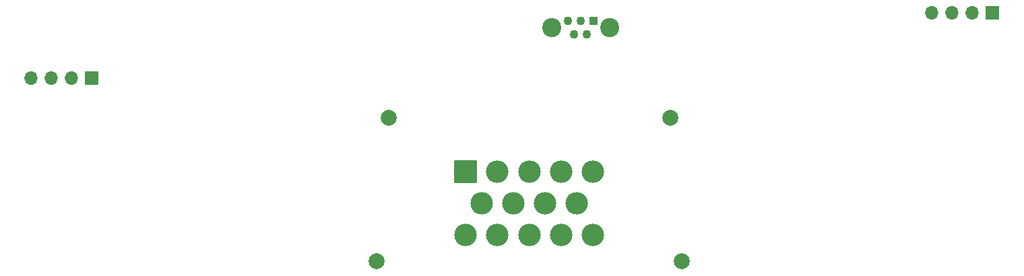
<source format=gbr>
%TF.GenerationSoftware,KiCad,Pcbnew,8.0.8*%
%TF.CreationDate,2025-03-03T12:04:37+03:00*%
%TF.ProjectId,Dash 6.8,44617368-2036-42e3-982e-6b696361645f,rev?*%
%TF.SameCoordinates,Original*%
%TF.FileFunction,Soldermask,Bot*%
%TF.FilePolarity,Negative*%
%FSLAX46Y46*%
G04 Gerber Fmt 4.6, Leading zero omitted, Abs format (unit mm)*
G04 Created by KiCad (PCBNEW 8.0.8) date 2025-03-03 12:04:37*
%MOMM*%
%LPD*%
G01*
G04 APERTURE LIST*
G04 Aperture macros list*
%AMRoundRect*
0 Rectangle with rounded corners*
0 $1 Rounding radius*
0 $2 $3 $4 $5 $6 $7 $8 $9 X,Y pos of 4 corners*
0 Add a 4 corners polygon primitive as box body*
4,1,4,$2,$3,$4,$5,$6,$7,$8,$9,$2,$3,0*
0 Add four circle primitives for the rounded corners*
1,1,$1+$1,$2,$3*
1,1,$1+$1,$4,$5*
1,1,$1+$1,$6,$7*
1,1,$1+$1,$8,$9*
0 Add four rect primitives between the rounded corners*
20,1,$1+$1,$2,$3,$4,$5,0*
20,1,$1+$1,$4,$5,$6,$7,0*
20,1,$1+$1,$6,$7,$8,$9,0*
20,1,$1+$1,$8,$9,$2,$3,0*%
G04 Aperture macros list end*
%ADD10R,1.700000X1.700000*%
%ADD11O,1.700000X1.700000*%
%ADD12C,2.000000*%
%ADD13RoundRect,0.102000X-1.312500X-1.312500X1.312500X-1.312500X1.312500X1.312500X-1.312500X1.312500X0*%
%ADD14C,2.829000*%
%ADD15R,1.100000X1.100000*%
%ADD16C,1.100000*%
%ADD17C,2.400000*%
G04 APERTURE END LIST*
D10*
%TO.C,J6*%
X96020000Y-92200000D03*
D11*
X93480000Y-92200000D03*
X90940000Y-92200000D03*
X88400000Y-92200000D03*
%TD*%
D12*
%TO.C,J5*%
X131800000Y-115300000D03*
X133300000Y-97200000D03*
X168700000Y-97200000D03*
X170200000Y-115300000D03*
D13*
X143000000Y-104000000D03*
D14*
X147000000Y-104000000D03*
X151000000Y-104000000D03*
X155000000Y-104000000D03*
X159000000Y-104000000D03*
X145000000Y-108000000D03*
X149000000Y-108000000D03*
X153000000Y-108000000D03*
X157000000Y-108000000D03*
X143000000Y-112000000D03*
X147000000Y-112000000D03*
X151000000Y-112000000D03*
X155000000Y-112000000D03*
X159000000Y-112000000D03*
%TD*%
D15*
%TO.C,J1*%
X159050000Y-85025000D03*
D16*
X158250000Y-86775000D03*
X157450000Y-85025000D03*
X156650000Y-86775000D03*
X155850000Y-85025000D03*
D17*
X161100000Y-85900000D03*
X153800000Y-85900000D03*
%TD*%
D10*
%TO.C,J2*%
X209240000Y-84050000D03*
D11*
X206700000Y-84050000D03*
X204160000Y-84050000D03*
X201620000Y-84050000D03*
%TD*%
M02*

</source>
